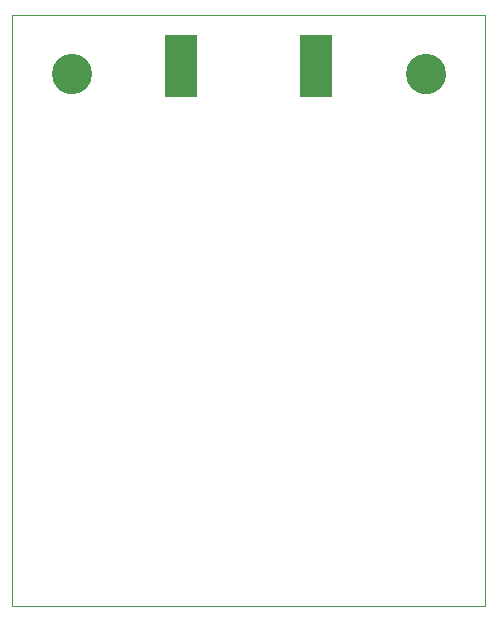
<source format=gts>
G75*
%MOIN*%
%OFA0B0*%
%FSLAX24Y24*%
%IPPOS*%
%LPD*%
%AMOC8*
5,1,8,0,0,1.08239X$1,22.5*
%
%ADD10C,0.0039*%
%ADD11R,0.1080X0.2080*%
%ADD12C,0.0000*%
%ADD13C,0.1340*%
D10*
X001158Y000120D02*
X016906Y000120D01*
X016906Y019805D01*
X001158Y019805D01*
X001158Y000120D01*
D11*
X006783Y018120D03*
X011283Y018120D03*
D12*
X014308Y017836D02*
X014310Y017886D01*
X014316Y017936D01*
X014326Y017985D01*
X014340Y018033D01*
X014357Y018080D01*
X014378Y018125D01*
X014403Y018169D01*
X014431Y018210D01*
X014463Y018249D01*
X014497Y018286D01*
X014534Y018320D01*
X014574Y018350D01*
X014616Y018377D01*
X014660Y018401D01*
X014706Y018422D01*
X014753Y018438D01*
X014801Y018451D01*
X014851Y018460D01*
X014900Y018465D01*
X014951Y018466D01*
X015001Y018463D01*
X015050Y018456D01*
X015099Y018445D01*
X015147Y018430D01*
X015193Y018412D01*
X015238Y018390D01*
X015281Y018364D01*
X015322Y018335D01*
X015361Y018303D01*
X015397Y018268D01*
X015429Y018230D01*
X015459Y018190D01*
X015486Y018147D01*
X015509Y018103D01*
X015528Y018057D01*
X015544Y018009D01*
X015556Y017960D01*
X015564Y017911D01*
X015568Y017861D01*
X015568Y017811D01*
X015564Y017761D01*
X015556Y017712D01*
X015544Y017663D01*
X015528Y017615D01*
X015509Y017569D01*
X015486Y017525D01*
X015459Y017482D01*
X015429Y017442D01*
X015397Y017404D01*
X015361Y017369D01*
X015322Y017337D01*
X015281Y017308D01*
X015238Y017282D01*
X015193Y017260D01*
X015147Y017242D01*
X015099Y017227D01*
X015050Y017216D01*
X015001Y017209D01*
X014951Y017206D01*
X014900Y017207D01*
X014851Y017212D01*
X014801Y017221D01*
X014753Y017234D01*
X014706Y017250D01*
X014660Y017271D01*
X014616Y017295D01*
X014574Y017322D01*
X014534Y017352D01*
X014497Y017386D01*
X014463Y017423D01*
X014431Y017462D01*
X014403Y017503D01*
X014378Y017547D01*
X014357Y017592D01*
X014340Y017639D01*
X014326Y017687D01*
X014316Y017736D01*
X014310Y017786D01*
X014308Y017836D01*
X002497Y017836D02*
X002499Y017886D01*
X002505Y017936D01*
X002515Y017985D01*
X002529Y018033D01*
X002546Y018080D01*
X002567Y018125D01*
X002592Y018169D01*
X002620Y018210D01*
X002652Y018249D01*
X002686Y018286D01*
X002723Y018320D01*
X002763Y018350D01*
X002805Y018377D01*
X002849Y018401D01*
X002895Y018422D01*
X002942Y018438D01*
X002990Y018451D01*
X003040Y018460D01*
X003089Y018465D01*
X003140Y018466D01*
X003190Y018463D01*
X003239Y018456D01*
X003288Y018445D01*
X003336Y018430D01*
X003382Y018412D01*
X003427Y018390D01*
X003470Y018364D01*
X003511Y018335D01*
X003550Y018303D01*
X003586Y018268D01*
X003618Y018230D01*
X003648Y018190D01*
X003675Y018147D01*
X003698Y018103D01*
X003717Y018057D01*
X003733Y018009D01*
X003745Y017960D01*
X003753Y017911D01*
X003757Y017861D01*
X003757Y017811D01*
X003753Y017761D01*
X003745Y017712D01*
X003733Y017663D01*
X003717Y017615D01*
X003698Y017569D01*
X003675Y017525D01*
X003648Y017482D01*
X003618Y017442D01*
X003586Y017404D01*
X003550Y017369D01*
X003511Y017337D01*
X003470Y017308D01*
X003427Y017282D01*
X003382Y017260D01*
X003336Y017242D01*
X003288Y017227D01*
X003239Y017216D01*
X003190Y017209D01*
X003140Y017206D01*
X003089Y017207D01*
X003040Y017212D01*
X002990Y017221D01*
X002942Y017234D01*
X002895Y017250D01*
X002849Y017271D01*
X002805Y017295D01*
X002763Y017322D01*
X002723Y017352D01*
X002686Y017386D01*
X002652Y017423D01*
X002620Y017462D01*
X002592Y017503D01*
X002567Y017547D01*
X002546Y017592D01*
X002529Y017639D01*
X002515Y017687D01*
X002505Y017736D01*
X002499Y017786D01*
X002497Y017836D01*
D13*
X003127Y017836D03*
X014938Y017836D03*
M02*

</source>
